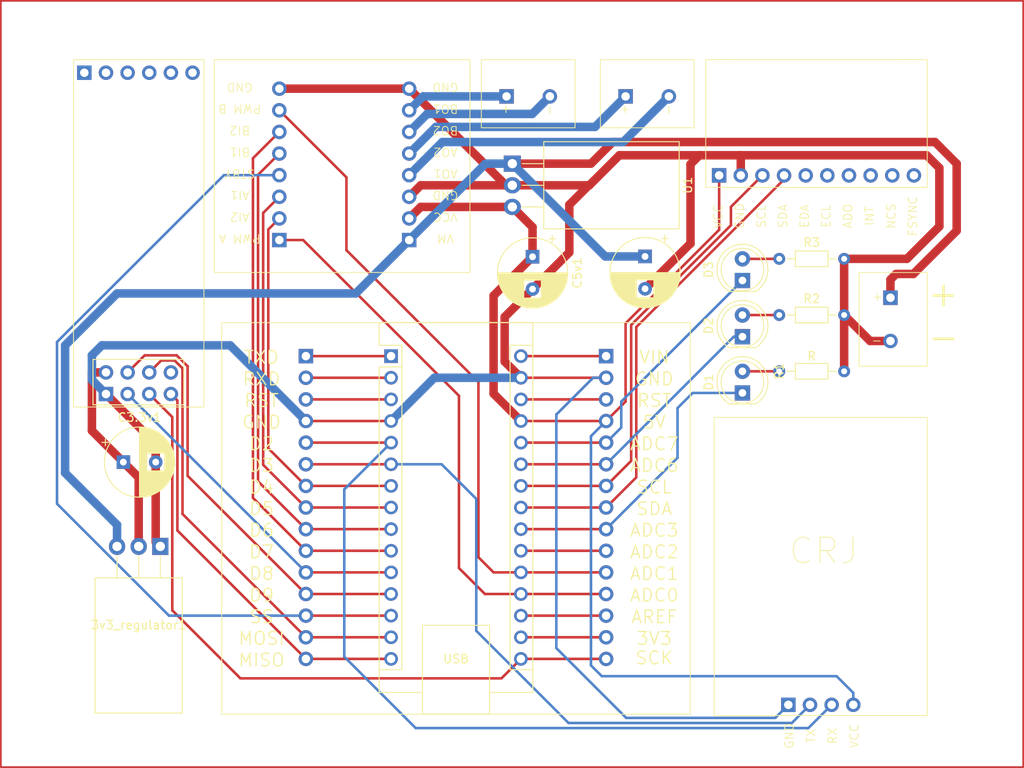
<source format=kicad_pcb>
(kicad_pcb (version 20240108) (generator "pcbnew") (generator_version "8.0")
  (layers (0 "F.Cu" signal) (31 "B.Cu" signal) (34 "B.Paste" user) (35 "F.Paste" user) (36 "B.SilkS" user "B.Silkscreen") (37 "F.SilkS" user "F.Silkscreen") (38 "B.Mask" user) (39 "F.Mask" user) (44 "Edge.Cuts" user))
  (net 0 "")
  (net 1 "Net-(3v3_regulator1-VO)")
  (net 2 "Net-(3v3_regulator1-GND)")
  (net 3 "Net-(3v3_regulator1-VI)")
  (net 4 "Net-(A1-D4)")
  (net 5 "Net-(A1-D11)")
  (net 6 "Net-(A1-A5)")
  (net 7 "unconnected-(A1-A2-Pad21)")
  (net 8 "Net-(A1-D6)")
  (net 9 "unconnected-(A1-~{RESET}-Pad28)")
  (net 10 "Net-(A1-A6)")
  (net 11 "Net-(A1-D8)")
  (net 12 "unconnected-(A1-AREF-Pad18)")
  (net 13 "Net-(A1-D9)")
  (net 14 "unconnected-(A1-D1{slash}TX-Pad1)")
  (net 15 "unconnected-(A1-~{RESET}-Pad3)")
  (net 16 "Net-(A1-D12)")
  (net 17 "Net-(A1-D2)")
  (net 18 "Net-(A1-A3)")
  (net 19 "Net-(A1-+5V)")
  (net 20 "Net-(A1-D10)")
  (net 21 "Net-(A1-D7)")
  (net 22 "Net-(A1-A7)")
  (net 23 "unconnected-(A1-VIN-Pad30)")
  (net 24 "Net-(A1-A1)")
  (net 25 "Net-(A1-D3)")
  (net 26 "Net-(D1-A)")
  (net 27 "Net-(A1-D13)")
  (net 28 "Net-(A1-A4)")
  (net 29 "Net-(A1-A0)")
  (net 30 "Net-(A1-D5)")
  (net 31 "unconnected-(A1-D0{slash}RX-Pad2)")
  (net 32 "Net-(D2-A)")
  (net 33 "unconnected-(A1-3V3-Pad17)")
  (net 34 "Net-(MOTOR_A1-Input)")
  (net 35 "Net-(MOTOR_A1-GND)")
  (net 36 "Net-(MOTOR_B1-Input)")
  (net 37 "Net-(MOTOR_B1-GND)")
  (net 45 "Net-(D3-A)")
  (footprint "Resistor_THT:R_Axial_DIN0204_L3.6mm_D1.6mm_P7.62mm_Horizontal" (layer "F.Cu") (at 221.742 96.52)
    (property "Reference" "R2" (at 3.81 -1.92 0) (layer "F.SilkS"))
    (property "Value" "R")
    (pad "1" thru_hole circle (at 0 0) (size 1.4 1.4) (drill 0.7) (layers "*.Cu" "*.Mask") (net 32 "Net-(D2-A)"))
    (pad "2" thru_hole oval (at 7.62 0) (size 1.4 1.4) (drill 0.7) (layers "*.Cu" "*.Mask") (net 2 "Net-(3v3_regulator1-GND)"))
  )
  (footprint "LED_THT:LED_D5.0mm" (layer "F.Cu") (at 217.424 99.065 90)
    (property "Reference" "D2" (at 1.27 -3.96 -90) (layer "F.SilkS"))
    (property "Value" "LED")
    (pad "1" thru_hole rect (at 0 0 90) (size 1.8 1.8) (drill 0.9) (layers "*.Cu" "*.Mask") (net 10 "Net-(A1-A6)"))
    (pad "2" thru_hole circle (at 2.54 0 90) (size 1.8 1.8) (drill 0.9) (layers "*.Cu" "*.Mask") (net 32 "Net-(D2-A)"))
  )
  (footprint "Resistor_THT:R_Axial_DIN0204_L3.6mm_D1.6mm_P7.62mm_Horizontal" (layer "F.Cu") (at 221.742 89.916)
    (property "Reference" "R3" (at 3.81 -1.92 0) (layer "F.SilkS"))
    (property "Value" "R")
    (pad "1" thru_hole circle (at 0 0) (size 1.4 1.4) (drill 0.7) (layers "*.Cu" "*.Mask") (net 45 "Net-(D3-A)"))
    (pad "2" thru_hole oval (at 7.62 0) (size 1.4 1.4) (drill 0.7) (layers "*.Cu" "*.Mask") (net 2 "Net-(3v3_regulator1-GND)"))
  )
  (footprint "Footprints_cez:MPU6500" (layer "F.Cu") (at 208.542 74.878143 90)
    (property "Reference" "MPU1" (hide yes))
    (property "Value" "~" (hide yes))
    (fp_text user "ECL" (at -11.446 19.304 90) (layer "F.SilkS") (effects (font (thickness 0.1)) (justify left bottom)))
    (fp_text user "GND" (at -11.612666 9.144 90) (layer "F.SilkS") (effects (font (thickness 0.1)) (justify left bottom)))
    (fp_text user "FSYNC" (at -12.446 29.464 90) (layer "F.SilkS") (effects (font (thickness 0.1)) (justify left bottom)))
    (fp_text user "SDA" (at -11.493619 14.224 90) (layer "F.SilkS") (effects (font (thickness 0.1)) (justify left bottom)))
    (fp_text user "SCL" (at -11.469809 11.684 90) (layer "F.SilkS") (effects (font (thickness 0.1)) (justify left bottom)))
    (fp_text user "INT" (at -11.231714 24.384 90) (layer "F.SilkS") (effects (font (thickness 0.1)) (justify left bottom)))
    (fp_text user "EDA" (at -11.469809 16.764 90) (layer "F.SilkS") (effects (font (thickness 0.1)) (justify left bottom)))
    (fp_text user "ADO" (at -11.541238 21.844 90) (layer "F.SilkS") (effects (font (thickness 0.1)) (justify left bottom)))
    (fp_text user "NCS" (at -11.588857 26.924 90) (layer "F.SilkS") (effects (font (thickness 0.1)) (justify left bottom)))
    (fp_text user "VCC" (at -11.517428 6.604 90) (layer "F.SilkS") (effects (font (thickness 0.1)) (justify left bottom)))
    (pad "" np_thru_hole circle (at 6.699143 6.604 90) (size 2.7 2.7) (drill 2.7) (layers "F&B.Cu" "*.Mask"))
    (pad "" np_thru_hole circle (at 6.699143 28.448 90) (size 2.7 2.7) (drill 2.7) (layers "F&B.Cu" "*.Mask"))
    (pad "1" thru_hole rect (at -5.238857 6.147 90) (size 1.7 1.7) (drill 1) (layers "*.Cu" "*.Mask") (net 19 "Net-(A1-+5V)"))
    (pad "2" thru_hole oval (at -5.238857 8.687 90) (size 1.7 1.7) (drill 1) (layers "*.Cu" "*.Mask") (net 2 "Net-(3v3_regulator1-GND)"))
    (pad "3" thru_hole oval (at -5.238857 11.227 90) (size 1.7 1.7) (drill 1) (layers "*.Cu" "*.Mask") (net 6 "Net-(A1-A5)"))
    (pad "4" thru_hole oval (at -5.238857 13.767 90) (size 1.7 1.7) (drill 1) (layers "*.Cu" "*.Mask") (net 28 "Net-(A1-A4)"))
    (pad "5" thru_hole oval (at -5.238857 16.307 90) (size 1.7 1.7) (drill 1) (layers "*.Cu" "*.Mask"))
    (pad "6" thru_hole oval (at -5.238857 18.847 90) (size 1.7 1.7) (drill 1) (layers "*.Cu" "*.Mask"))
    (pad "7" thru_hole oval (at -5.238857 21.387 90) (size 1.7 1.7) (drill 1) (layers "*.Cu" "*.Mask"))
    (pad "8" thru_hole oval (at -5.238857 23.927 90) (size 1.7 1.7) (drill 1) (layers "*.Cu" "*.Mask"))
    (pad "9" thru_hole oval (at -5.238857 26.467 90) (size 1.7 1.7) (drill 1) (layers "*.Cu" "*.Mask"))
    (pad "10" thru_hole oval (at -5.238857 29.007 90) (size 1.7 1.7) (drill 1) (layers "*.Cu" "*.Mask"))
  )
  (footprint "Resistor_THT:R_Axial_DIN0204_L3.6mm_D1.6mm_P7.62mm_Horizontal" (layer "F.Cu") (at 221.742 103.129)
    (property "Reference" "R1" (at 0 0 90) (layer "F.SilkS"))
    (property "Value" "R" (at 3.81 -1.778 0) (layer "F.SilkS"))
    (pad "1" thru_hole circle (at 0 0) (size 1.4 1.4) (drill 0.7) (layers "*.Cu" "*.Mask") (net 26 "Net-(D1-A)"))
    (pad "2" thru_hole oval (at 7.62 0) (size 1.4 1.4) (drill 0.7) (layers "*.Cu" "*.Mask") (net 2 "Net-(3v3_regulator1-GND)"))
  )
  (footprint "Footprints_cez:Terminal" (layer "F.Cu") (at 192.532 61.949)
    (property "Reference" "MOTOR_A1" (hide yes))
    (property "Value" "~" (hide yes))
    (fp_text user "-" (at 2.794 11.176 90) (layer "F.SilkS") (effects (font (thickness 0.1)) (justify left bottom)))
    (fp_text user "+" (at -3.556 10.922 0) (layer "F.SilkS") (effects (font (thickness 0.1)) (justify left bottom)))
    (pad "1" thru_hole rect (at -2.794 8.89 90) (size 1.7 1.7) (drill 1) (layers "*.Cu" "*.Mask") (net 34 "Net-(MOTOR_A1-Input)"))
    (pad "2" thru_hole oval (at 2.286 8.89 90) (size 1.7 1.7) (drill 1) (layers "*.Cu" "*.Mask") (net 35 "Net-(MOTOR_A1-GND)"))
  )
  (footprint "Footprints_cez:GY-NEO6MV2" (layer "F.Cu") (at 211.682 125.424 90)
    (property "Reference" "GPS1" (hide yes))
    (property "Value" "~" (hide yes))
    (fp_text user "TX" (at -21.444953 14.37 90) (layer "F.SilkS") (effects (font (thickness 0.1)) (justify left bottom)))
    (fp_text user "VCC" (at -22.016381 19.45 90) (layer "F.SilkS") (effects (font (thickness 0.1)) (justify left bottom)))
    (fp_text user "RX" (at -21.564 16.91 90) (layer "F.SilkS") (effects (font (thickness 0.1)) (justify left bottom)))
    (fp_text user "GND" (at -22.111619 11.83 90) (layer "F.SilkS") (effects (font (thickness 0.1)) (justify left bottom)))
    (pad "" np_thru_hole circle (at -15.976 4.682 90) (size 3.2 3.2) (drill 3.2) (layers "F&B.Cu" "*.Mask"))
    (pad "" np_thru_hole circle (at -15.976 25.182 90) (size 3.2 3.2) (drill 3.2) (layers "F&B.Cu" "*.Mask"))
    (pad "" np_thru_hole circle (at 14.724 4.682 90) (size 3.2 3.2) (drill 3.2) (layers "F&B.Cu" "*.Mask"))
    (pad "" np_thru_hole circle (at 14.724 25.182 90) (size 3.2 3.2) (drill 3.2) (layers "F&B.Cu" "*.Mask"))
    (pad "1" thru_hole rect (at -16.876 11.132 90) (size 1.7 1.7) (drill 1) (layers "*.Cu" "*.Mask") (net 2 "Net-(3v3_regulator1-GND)"))
    (pad "2" thru_hole oval (at -16.876 13.672 90) (size 1.7 1.7) (drill 1) (layers "*.Cu" "*.Mask") (net 25 "Net-(A1-D3)"))
    (pad "3" thru_hole oval (at -16.876 16.212 90) (size 1.7 1.7) (drill 1) (layers "*.Cu" "*.Mask") (net 17 "Net-(A1-D2)"))
    (pad "4" thru_hole oval (at -16.876 18.752 90) (size 1.7 1.7) (drill 1) (layers "*.Cu" "*.Mask") (net 19 "Net-(A1-+5V)"))
  )
  (footprint "Footprints_cez:TB6612FNG" (layer "F.Cu") (at 170.434 92.791 180)
    (property "Reference" "TB6612FNG1" (hide yes))
    (property "Value" "~" (hide yes))
    (fp_text user "VM" (at -13.192191 5.842 180) (layer "F.SilkS") (effects (font (thickness 0.1)) (justify left bottom)))
    (fp_text user "BO2\n" (at -13.692191 18.542 180) (layer "F.SilkS") (effects (font (thickness 0.1)) (justify left bottom)))
    (fp_text user "GND" (at -13.716 10.922 180) (layer "F.SilkS") (effects (font (thickness 0.1)) (justify left bottom)))
    (fp_text user "AI2\n" (at 10.802857 8.382 180) (layer "F.SilkS") (effects (font (thickness 0.1)) (justify left bottom)))
    (fp_text user "STBY" (at 10.16 13.462 180) (layer "F.SilkS") (effects (font (thickness 0.1)) (justify left bottom)))
    (fp_text user "BI2" (at 10.731429 18.542 180) (layer "F.SilkS") (effects (font (thickness 0.1)) (justify left bottom)))
    (fp_text user "BI1" (at 10.731429 16.002 180) (layer "F.SilkS") (effects (font (thickness 0.1)) (justify left bottom)))
    (fp_text user "GND" (at -13.716 23.622 180) (layer "F.SilkS") (effects (font (thickness 0.1)) (justify left bottom)))
    (fp_text user "PWM B" (at 9.421905 21.082 180) (layer "F.SilkS") (effects (font (thickness 0.1)) (justify left bottom)))
    (fp_text user "VCC" (at -13.620762 8.382 180) (layer "F.SilkS") (effects (font (thickness 0.1)) (justify left bottom)))
    (fp_text user "PWM A" (at 9.493333 5.842 180) (layer "F.SilkS") (effects (font (thickness 0.1)) (justify left bottom)))
    (fp_text user "GND" (at 10.421905 23.622 180) (layer "F.SilkS") (effects (font (thickness 0.1)) (justify left bottom)))
    (fp_text user "AO1" (at -13.620762 13.462 180) (layer "F.SilkS") (effects (font (thickness 0.1)) (justify left bottom)))
    (fp_text user "AI1" (at 10.802857 10.922 180) (layer "F.SilkS") (effects (font (thickness 0.1)) (justify left bottom)))
    (fp_text user "AO2" (at -13.620762 16.002 180) (layer "F.SilkS") (effects (font (thickness 0.1)) (justify left bottom)))
    (fp_text user "BO1" (at -13.692191 21.082 180) (layer "F.SilkS") (effects (font (thickness 0.1)) (justify left bottom)))
    (pad "1" thru_hole rect (at -7.874 5.08 180) (size 1.7 1.7) (drill 1) (layers "*.Cu" "*.Mask") (net 3 "Net-(3v3_regulator1-VI)"))
    (pad "2" thru_hole oval (at -7.874 7.62 180) (size 1.7 1.7) (drill 1) (layers "*.Cu" "*.Mask") (net 19 "Net-(A1-+5V)"))
    (pad "3" thru_hole oval (at -7.874 10.16 180) (size 1.7 1.7) (drill 1) (layers "*.Cu" "*.Mask") (net 2 "Net-(3v3_regulator1-GND)"))
    (pad "4" thru_hole oval (at -7.874 12.7 180) (size 1.7 1.7) (drill 1) (layers "*.Cu" "*.Mask") (net 37 "Net-(MOTOR_B1-GND)"))
    (pad "5" thru_hole oval (at -7.874 15.24 180) (size 1.7 1.7) (drill 1) (layers "*.Cu" "*.Mask") (net 36 "Net-(MOTOR_B1-Input)"))
    (pad "6" thru_hole oval (at -7.874 17.78 180) (size 1.7 1.7) (drill 1) (layers "*.Cu" "*.Mask") (net 35 "Net-(MOTOR_A1-GND)"))
    (pad "7" thru_hole oval (at -7.874 20.32 180) (size 1.7 1.7) (drill 1) (layers "*.Cu" "*.Mask") (net 34 "Net-(MOTOR_A1-Input)"))
    (pad "8" thru_hole oval (at -7.874 22.86 180) (size 1.7 1.7) (drill 1) (layers "*.Cu" "*.Mask") (net 2 "Net-(3v3_regulator1-GND)"))
    (pad "9" thru_hole rect (at 7.366 5.08 180) (size 1.7 1.7) (drill 1) (layers "*.Cu" "*.Mask") (net 29 "Net-(A1-A0)"))
    (pad "10" thru_hole oval (at 7.366 7.62 180) (size 1.7 1.7) (drill 1) (layers "*.Cu" "*.Mask") (net 4 "Net-(A1-D4)"))
    (pad "11" thru_hole oval (at 7.366 10.16 180) (size 1.7 1.7) (drill 1) (layers "*.Cu" "*.Mask") (net 30 "Net-(A1-D5)"))
    (pad "12" thru_hole oval (at 7.366 12.7 180) (size 1.7 1.7) (drill 1) (layers "*.Cu" "*.Mask") (net 20 "Net-(A1-D10)"))
    (pad "13" thru_hole oval (at 7.366 15.24 180) (size 1.7 1.7) (drill 1) (layers "*.Cu" "*.Mask") (net 8 "Net-(A1-D6)"))
    (pad "14" thru_hole oval (at 7.366 17.78 180) (size 1.7 1.7) (drill 1) (layers "*.Cu" "*.Mask") (net 21 "Net-(A1-D7)"))
    (pad "15" thru_hole oval (at 7.366 20.32 180) (size 1.7 1.7) (drill 1) (layers "*.Cu" "*.Mask") (net 24 "Net-(A1-A1)"))
    (pad "16" thru_hole oval (at 7.366 22.86 180) (size 1.7 1.7) (drill 1) (layers "*.Cu" "*.Mask") (net 2 "Net-(3v3_regulator1-GND)"))
  )
  (footprint "LED_THT:LED_D5.0mm" (layer "F.Cu") (at 217.424 105.669 90)
    (property "Reference" "D1" (at 1.27 -3.96 -90) (layer "F.SilkS"))
    (property "Value" "LED")
    (pad "1" thru_hole rect (at 0 0 90) (size 1.8 1.8) (drill 0.9) (layers "*.Cu" "*.Mask") (net 18 "Net-(A1-A3)"))
    (pad "2" thru_hole circle (at 2.54 0 90) (size 1.8 1.8) (drill 0.9) (layers "*.Cu" "*.Mask") (net 26 "Net-(D1-A)"))
  )
  (footprint "MountingHole:MountingHole_3.2mm_M3_ISO7380" (layer "F.Cu") (at 133.858 62.992)
    (property "Reference" "REF**" (hide yes))
    (property "Value" "MountingHole_3.2mm_M3_ISO7380" (hide yes))
    (pad "" np_thru_hole circle (at 0 0) (size 3.2 3.2) (drill 3.2) (layers "*.Cu" "*.Mask"))
  )
  (footprint "Capacitor_THT:CP_Radial_D8.0mm_P3.80mm" (layer "F.Cu") (at 192.786 89.672 -90)
    (property "Reference" "C5v1" (at 1.9 -5.25 90) (layer "F.SilkS"))
    (property "Value" "C_Polarized")
    (pad "1" thru_hole rect (at 0 0 270) (size 1.6 1.6) (drill 0.8) (layers "*.Cu" "*.Mask") (net 19 "Net-(A1-+5V)"))
    (pad "2" thru_hole circle (at 3.8 0 270) (size 1.6 1.6) (drill 0.8) (layers "*.Cu" "*.Mask") (net 2 "Net-(3v3_regulator1-GND)"))
  )
  (footprint "Footprints_cez:nRF24L01_big" (layer "F.Cu") (at 142.718 105.797 90)
    (property "Reference" "NRF1" (hide yes))
    (property "Value" "NRF24L01_Big" (hide yes))
    (pad "" thru_hole rect (at 37.738 -2.54 90) (size 1.7 1.7) (drill 1) (layers "*.Cu" "*.Mask"))
    (pad "" thru_hole oval (at 37.738 0 90) (size 1.7 1.7) (drill 1) (layers "*.Cu" "*.Mask"))
    (pad "" thru_hole oval (at 37.738 2.54 90) (size 1.7 1.7) (drill 1) (layers "*.Cu" "*.Mask"))
    (pad "" thru_hole oval (at 37.738 5.08 90) (size 1.7 1.7) (drill 1) (layers "*.Cu" "*.Mask"))
    (pad "" thru_hole oval (at 37.738 7.62 90) (size 1.7 1.7) (drill 1) (layers "*.Cu" "*.Mask"))
    (pad "" thru_hole oval (at 37.738 10.16 90) (size 1.7 1.7) (drill 1) (layers "*.Cu" "*.Mask"))
    (pad "1" thru_hole rect (at 0 0 90) (size 1.7 1.7) (drill 1) (layers "*.Cu" "*.Mask") (net 2 "Net-(3v3_regulator1-GND)"))
    (pad "2" thru_hole circle (at 2.54 0 90) (size 1.7 1.7) (drill 1) (layers "*.Cu" "*.Mask") (net 1 "Net-(3v3_regulator1-VO)"))
    (pad "3" thru_hole circle (at 0 2.54 90) (size 1.7 1.7) (drill 1) (layers "*.Cu" "*.Mask") (net 11 "Net-(A1-D8)"))
    (pad "4" thru_hole circle (at 2.54 2.54 90) (size 1.7 1.7) (drill 1) (layers "*.Cu" "*.Mask") (net 13 "Net-(A1-D9)"))
    (pad "5" thru_hole circle (at 0 5.08 90) (size 1.7 1.7) (drill 1) (layers "*.Cu" "*.Mask") (net 27 "Net-(A1-D13)"))
    (pad "6" thru_hole circle (at 2.54 5.08 90) (size 1.7 1.7) (drill 1) (layers "*.Cu" "*.Mask") (net 5 "Net-(A1-D11)"))
    (pad "7" thru_hole circle (at 0 7.62 90) (size 1.7 1.7) (drill 1) (layers "*.Cu" "*.Mask") (net 16 "Net-(A1-D12)"))
    (pad "8" thru_hole circle (at 2.54 7.62 90) (size 1.7 1.7) (drill 1) (layers "*.Cu" "*.Mask"))
  )
  (footprint "MountingHole:MountingHole_3.2mm_M3_ISO7380" (layer "F.Cu") (at 246.888 62.992)
    (property "Reference" "REF**" (hide yes))
    (property "Value" "MountingHole_3.2mm_M3_ISO7380" (hide yes))
    (pad "" np_thru_hole circle (at 0 0) (size 3.2 3.2) (drill 3.2) (layers "*.Cu" "*.Mask"))
  )
  (footprint "Footprints_cez:Arduino nano breakout" (layer "F.Cu") (at 176.181857 101.346)
    (property "Reference" "A1" (hide yes))
    (property "Value" "Arduino_Nano_v3.x")
    (fp_text user "3V3" (at 28.725857 34.036 0) (layer "F.SilkS") (effects (font (size 1.5 1.5)) (justify left bottom)))
    (fp_text user "MOSI" (at -18.013858 34.036 0) (layer "F.SilkS") (effects (font (size 1.5 1.5)) (justify left bottom)))
    (fp_text user "ADC1\n" (at 27.940143 26.416 0) (layer "F.SilkS") (effects (font (size 1.5 1.5)) (justify left bottom)))
    (fp_text user "SS" (at -16.728143 31.496 0) (layer "F.SilkS") (effects (font (size 1.5 1.5)) (justify left bottom)))
    (fp_text user "VIN" (at 29.011571 1.016 0) (layer "F.SilkS") (effects (font (size 1.5 1.5)) (justify left bottom)))
    (fp_text user "RST" (at 28.761571 6.096 0) (layer "F.SilkS") (effects (font (size 1.5 1.5)) (justify left bottom)))
    (fp_text user "5V" (at 29.440143 8.636 0) (layer "F.SilkS") (effects (font (size 1.5 1.5)) (justify left bottom)))
    (fp_text user "ADC7" (at 27.940143 11.176 0) (layer "F.SilkS") (effects (font (size 1.5 1.5)) (justify left bottom)))
    (fp_text user "USB" (at 7.62 35.56 0) (layer "F.SilkS"))
    (fp_text user "GND" (at -17.585286 8.636 0) (layer "F.SilkS") (effects (font (size 1.5 1.5)) (justify left bottom)))
    (fp_text user "D9\n" (at -16.763857 28.956 0) (layer "F.SilkS") (effects (font (size 1.5 1.5)) (justify left bottom)))
    (fp_text user "GND" (at 28.511571 3.556 0) (layer "F.SilkS") (effects (font (size 1.5 1.5)) (justify left bottom)))
    (fp_text user "SDA" (at 28.690143 18.796 0) (layer "F.SilkS") (effects (font (size 1.5 1.5)) (justify left bottom)))
    (fp_text user "D5\n" (at -16.763857 18.796 0) (layer "F.SilkS") (effects (font (size 1.5 1.5)) (justify left bottom)))
    (fp_text user "MISO" (at -18.013858 36.576 0) (layer "F.SilkS") (effects (font (size 1.5 1.5)) (justify left bottom)))
    (fp_text user "D6\n" (at -16.763857 21.336 0) (layer "F.SilkS") (effects (font (size 1.5 1.5)) (justify left bottom)))
    (fp_text user "D2" (at -16.763857 11.176 0) (layer "F.SilkS") (effects (font (size 1.5 1.5)) (justify left bottom)))
    (fp_text user "D3" (at -16.763857 13.716 0) (layer "F.SilkS") (effects (font (size 1.5 1.5)) (justify left bottom)))
    (fp_text user "D7\n" (at -16.763857 23.876 0) (layer "F.SilkS") (effects (font (size 1.5 1.5)) (justify left bottom)))
    (fp_text user "D4" (at -16.763857 16.256 0) (layer "F.SilkS") (effects (font (size 1.5 1.5)) (justify left bottom)))
    (fp_text user "TXD" (at -17.335286 1.016 0) (layer "F.SilkS") (effects (font (size 1.5 1.5)) (justify left bottom)))
    (fp_text user "RST" (at -17.335286 6.096 0) (layer "F.SilkS") (effects (font (size 1.5 1.5)) (justify left bottom)))
    (fp_text user "ADC2" (at 27.940143 23.876 0) (layer "F.SilkS") (effects (font (size 1.5 1.5)) (justify left bottom)))
    (fp_text user "ADC0" (at 27.940143 28.956 0) (layer "F.SilkS") (effects (font (size 1.5 1.5)) (justify left bottom)))
    (fp_text user "D8\n" (at -16.763857 26.416 0) (layer "F.SilkS") (effects (font (size 1.5 1.5)) (justify left bottom)))
    (fp_text user "ADC6" (at 27.940143 13.716 0) (layer "F.SilkS") (effects (font (size 1.5 1.5)) (justify left bottom)))
    (fp_text user "SCL" (at 28.725857 16.256 0) (layer "F.SilkS") (effects (font (size 1.5 1.5)) (justify left bottom)))
    (fp_text user "RXD" (at -17.513857 3.556 0) (layer "F.SilkS") (effects (font (size 1.5 1.5)) (justify left bottom)))
    (fp_text user "ADC3" (at 27.940143 21.336 0) (layer "F.SilkS") (effects (font (size 1.5 1.5)) (justify left bottom)))
    (fp_text user "SCK" (at 28.583 36.322 0) (layer "F.SilkS") (effects (font (size 1.5 1.5)) (justify left bottom)))
    (fp_text user "AREF" (at 28.083 31.496 0) (layer "F.SilkS") (effects (font (size 1.5 1.5)) (justify left bottom)))
    (pad "1" thru_hole rect (at -9.999857 0) (size 1.7 1.7) (drill 1) (layers "*.Cu" "*.Mask") (net 14 "unconnected-(A1-D1{slash}TX-Pad1)"))
    (pad "1" thru_hole rect (at 0 0) (size 1.6 1.6) (drill 1) (layers "*.Cu" "*.Mask") (net 14 "unconnected-(A1-D1{slash}TX-Pad1)"))
    (pad "2" thru_hole oval (at -9.999857 2.54) (size 1.7 1.7) (drill 1) (layers "*.Cu" "*.Mask") (net 31 "unconnected-(A1-D0{slash}RX-Pad2)"))
    (pad "2" thru_hole oval (at 0 2.54) (size 1.6 1.6) (drill 1) (layers "*.Cu" "*.Mask") (net 31 "unconnected-(A1-D0{slash}RX-Pad2)"))
    (pad "3" thru_hole oval (at -9.999857 5.08) (size 1.7 1.7) (drill 1) (layers "*.Cu" "*.Mask") (net 15 "unconnected-(A1-~{RESET}-Pad3)"))
    (pad "3" thru_hole oval (at 0 5.08) (size 1.6 1.6) (drill 1) (layers "*.Cu" "*.Mask") (net 15 "unconnected-(A1-~{RESET}-Pad3)"))
    (pad "4" thru_hole oval (at -9.999857 7.62) (size 1.7 1.7) (drill 1) (layers "*.Cu" "*.Mask") (net 2 "Net-(3v3_regulator1-GND)"))
    (pad "4" thru_hole oval (at 0 7.62) (size 1.6 1.6) (drill 1) (layers "*.Cu" "*.Mask") (net 2 "Net-(3v3_regulator1-GND)"))
    (pad "5" thru_hole oval (at -9.999857 10.16) (size 1.7 1.7) (drill 1) (layers "*.Cu" "*.Mask") (net 17 "Net-(A1-D2)"))
    (pad "5" thru_hole oval (at 0 10.16) (size 1.6 1.6) (drill 1) (layers "*.Cu" "*.Mask") (net 17 "Net-(A1-D2)"))
    (pad "6" thru_hole oval (at -9.999857 12.7) (size 1.7 1.7) (drill 1) (layers "*.Cu" "*.Mask") (net 25 "Net-(A1-D3)"))
    (pad "6" thru_hole oval (at 0 12.7) (size 1.6 1.6) (drill 1) (layers "*.Cu" "*.Mask") (net 25 "Net-(A1-D3)"))
    (pad "7" thru_hole oval (at -9.999857 15.24) (size 1.7 1.7) (drill 1) (layers "*.Cu" "*.Mask") (net 4 "Net-(A1-D4)"))
    (pad "7" thru_hole oval (at 0 15.24) (size 1.6 1.6) (drill 1) (layers "*.Cu" "*.Mask") (net 4 "Net-(A1-D4)"))
    (pad "8" thru_hole oval (at -9.999857 17.78) (size 1.7 1.7) (drill 1) (layers "*.Cu" "*.Mask") (net 30 "Net-(A1-D5)"))
    (pad "8" thru_hole oval (at 0 17.78) (size 1.6 1.6) (drill 1) (layers "*.Cu" "*.Mask") (net 30 "Net-(A1-D5)"))
    (pad "9" thru_hole oval (at -9.999857 20.32) (size 1.7 1.7) (drill 1) (layers "*.Cu" "*.Mask") (net 8 "Net-(A1-D6)"))
    (pad "9" thru_hole oval (at 0 20.32) (size 1.6 1.6) (drill 1) (layers "*.Cu" "*.Mask") (net 8 "Net-(A1-D6)"))
    (pad "10" thru_hole oval (at -9.999857 22.86) (size 1.7 1.7) (drill 1) (layers "*.Cu" "*.Mask") (net 21 "Net-(A1-D7)"))
    (pad "10" thru_hole oval (at 0 22.86) (size 1.6 1.6) (drill 1) (layers "*.Cu" "*.Mask") (net 21 "Net-(A1-D7)"))
    (pad "11" thru_hole oval (at -9.999857 25.4) (size 1.7 1.7) (drill 1) (layers "*.Cu" "*.Mask") (net 11 "Net-(A1-D8)"))
    (pad "11" thru_hole oval (at 0 25.4) (size 1.6 1.6) (drill 1) (layers "*.Cu" "*.Mask") (net 11 "Net-(A1-D8)"))
    (pad "12" thru_hole oval (at -9.999857 27.94) (size 1.7 1.7) (drill 1) (layers "*.Cu" "*.Mask") (net 13 "Net-(A1-D9)"))
    (pad "12" thru_hole oval (at 0 27.94) (size 1.6 1.6) (drill 1) (layers "*.Cu" "*.Mask") (net 13 "Net-(A1-D9)"))
    (pad "13" thru_hole oval (at -9.999857 30.48) (size 1.7 1.7) (drill 1) (layers "*.Cu" "*.Mask") (net 20 "Net-(A1-D10)"))
    (pad "13" thru_hole oval (at 0 30.48) (size 1.6 1.6) (drill 1) (layers "*.Cu" "*.Mask") (net 20 "Net-(A1-D10)"))
    (pad "14" thru_hole oval (at -9.999857 33.02) (size 1.7 1.7) (drill 1) (layers "*.Cu" "*.Mask") (net 5 "Net-(A1-D11)"))
    (pad "14" thru_hole oval (at 0 33.02) (size 1.6 1.6) (drill 1) (layers "*.Cu" "*.Mask") (net 5 "Net-(A1-D11)"))
    (pad "15" thru_hole oval (at -9.999857 35.56) (size 1.7 1.7) (drill 1) (layers "*.Cu" "*.Mask") (net 16 "Net-(A1-D12)"))
    (pad "15" thru_hole oval (at 0 35.56) (size 1.6 1.6) (drill 1) (layers "*.Cu" "*.Mask") (net 16 "Net-(A1-D12)"))
    (pad "16" thru_hole oval (at 15.24 35.56) (size 1.6 1.6) (drill 1) (layers "*.Cu" "*.Mask") (net 27 "Net-(A1-D13)"))
    (pad "16" thru_hole oval (at 25.240143 35.56) (size 1.7 1.7) (drill 1) (layers "*.Cu" "*.Mask") (net 27 "Net-(A1-D13)"))
    (pad "17" thru_hole oval (at 15.24 33.02) (size 1.6 1.6) (drill 1) (layers "*.Cu" "*.Mask") (net 33 "unconnected-(A1-3V3-Pad17)"))
    (pad "17" thru_hole oval (at 25.240143 33.02) (size 1.7 1.7) (drill 1) (layers "*.Cu" "*.Mask") (net 33 "unconnected-(A1-3V3-Pad17)"))
    (pad "18" thru_hole oval (at 15.24 30.48) (size 1.6 1.6) (drill 1) (layers "*.Cu" "*.Mask") (net 12 "unconnected-(A1-AREF-Pad18)"))
    (pad "18" thru_hole oval (at 25.240143 30.48) (size 1.7 1.7) (drill 1) (layers "*.Cu" "*.Mask") (net 12 "unconnected-(A1-AREF-Pad18)"))
    (pad "19" thru_hole oval (at 15.24 27.94) (size 1.6 1.6) (drill 1) (layers "*.Cu" "*.Mask") (net 29 "Net-(A1-A0)"))
    (pad "19" thru_hole oval (at 25.240143 27.94) (size 1.7 1.7) (drill 1) (layers "*.Cu" "*.Mask") (net 29 "Net-(A1-A0)"))
    (pad "20" thru_hole oval (at 15.24 25.4) (size 1.6 1.6) (drill 1) (layers "*.Cu" "*.Mask") (net 24 "Net-(A1-A1)"))
    (pad "20" thru_hole oval (at 25.240143 25.4) (size 1.7 1.7) (drill 1) (layers "*.Cu" "*.Mask") (net 24 "Net-(A1-A1)"))
    (pad "21" thru_hole oval (at 15.24 22.86) (size 1.6 1.6) (drill 1) (layers "*.Cu" "*.Mask") (net 7 "unconnected-(A1-A2-Pad21)"))
    (pad "21" thru_hole oval (at 25.240143 22.86) (size 1.7 1.7) (drill 1) (layers "*.Cu" "*.Mask") (net 7 "unconnected-(A1-A2-Pad21)"))
    (pad "22" thru_hole oval (at 15.24 20.32) (size 1.6 1.6) (drill 1) (layers "*.Cu" "*.Mask") (net 18 "Net-(A1-A3)"))
    (pad "22" thru_hole oval (at 25.240143 20.32) (size 1.7 1.7) (drill 1) (layers "*.Cu" "*.Mask") (net 18 "Net-(A1-A3)"))
    (pad "23" thru_hole oval (at 15.24 17.78) (size 1.6 1.6) (drill 1) (layers "*.Cu" "*.Mask") (net 28 "Net-(A1-A4)"))
    (pad "23" thru_hole oval (at 25.240143 17.78) (size 1.7 1.7) (drill 1) (layers "*.Cu" "*.Mask") (net 28 "Net-(A1-A4)"))
    (pad "24" thru_hole oval (at 15.24 15.24) (size 1.6 1.6) (drill 1) (layers "*.Cu" "*.Mask") (net 6 "Net-(A1-A5)"))
    (pad "24" thru_hole oval (at 25.240143 15.24) (size 1.7 1.7) (drill 1) (layers "*.Cu" "*.Mask") (net 6 "Net-(A1-A5)"))
    (pad "25" thru_hole oval (at 15.24 12.7) (size 1.6 1.6) (drill 1) (layers "*.Cu" "*.Mask") (net 10 "Net-(A1-A6)"))
    (pad "25" thru_hole oval (at 25.240143 12.7) (size 1.7 1.7) (drill 1) (layers "*.Cu" "*.Mask") (net 10 "Net-(A1-A6)"))
    (pad "26" thru_hole oval (at 15.24 10.16) (size 1.6 1.6) (drill 1) (layers "*.Cu" "*.Mask") (net 22 "Net-(A1-A7)"))
    (pad "26" thru_hole oval (at 25.240143 10.16) (size 1.7 1.7) (drill 1) (layers "*.Cu" "*.Mask") (net 22 "Net-(A1-A7)"))
    (pad "27" thru_hole oval (at 15.24 7.62) (size 1.6 1.6) (drill 1) (layers "*.Cu" "*.Mask") (net 19 "Net-(A1-+5V)"))
    (pad "27" thru_hole oval (at 25.240143 7.62) (size 1.7 1.7) (drill 1) (layers "*.Cu" "*.Mask") (net 19 "Net-(A1-+5V)"))
    (pad "28" thru_hole oval (at 15.24 5.08) (size 1.6 1.6) (drill 1) (layers "*.Cu" "*.Mask") (net 9 "unconnected-(A1-~{RESET}-Pad28)"))
    (pad "28" thru_hole oval (at 25.240143 5.08) (size 1.7 1.7) (drill 1) (layers "*.Cu" "*.Mask") (net 9 "unconnected-(A1-~{RESET}-Pad28)"))
    (pad "29" thru_hole oval (at 15.24 2.54) (size 1.6 1.6) (drill 1) (layers "*.Cu" "*.Mask") (net 2 "Net-(3v3_regulator1-GND)"))
    (pad "29" thru_hole oval (at 25.240143 2.54) (size 1.7 1.7) (drill 1) (layers "*.Cu" "*.Mask") (net 2 "Net-(3v3_regulator1-GND)"))
    (pad "30" thru_hole oval (at 15.24 0) (size 1.6 1.6) (drill 1) (layers "*.Cu" "*.Mask") (net 23 "unconnected-(A1-VIN-Pad30)"))
    (pad "30" thru_hole rect (at 25.240143 0) (size 1.7 1.7) (drill 1) (layers "*.Cu" "*.Mask") (net 23 "unconnected-(A1-VIN-Pad30)"))
  )
  (footprint "Footprints_cez:Terminal" (layer "F.Cu") (at 206.502 61.949)
    (property "Reference" "MOTOR_B1" (hide yes))
    (property "Value" "~" (hide yes))
    (fp_text user "-" (at 2.794 11.176 90) (layer "F.SilkS") (effects (font (thickness 0.1)) (justify left bottom)))
    (fp_text user "+" (at -3.556 10.922 0) (layer "F.SilkS") (effects (font (thickness 0.1)) (justify left bottom)))
    (pad "1" thru_hole rect (at -2.794 8.89 90) (size 1.7 1.7) (drill 1) (layers "*.Cu" "*.Mask") (net 36 "Net-(MOTOR_B1-Input)"))
    (pad "2" thru_hole oval (at 2.286 8.89 90) (size 1.7 1.7) (drill 1) (layers "*.Cu" "*.Mask") (net 37 "Net-(MOTOR_B1-GND)"))
  )
  (footprint "MountingHole:MountingHole_3.2mm_M3_ISO7380" (layer "F.Cu") (at 133.858 146.304)
    (property "Reference" "REF**" (hide yes))
    (property "Value" "MountingHole_3.2mm_M3_ISO7380" (hide yes))
    (pad "" np_thru_hole circle (at 0 0) (size 3.2 3.2) (drill 3.2) (layers "*.Cu" "*.Mask"))
  )
  (footprint "Package_TO_SOT_THT:TO-220-3_Horizontal_TabDown" (layer "F.Cu") (at 149.098 123.696 180)
    (property "Reference" "3v3_regulator1" (at 2.54 -9.23 180) (layer "F.SilkS"))
    (property "Value" "LD1117V33")
    (pad "" np_thru_hole oval (at 2.54 -16.66 180) (size 3.5 3.5) (drill 3.5) (layers "*.Cu" "*.Mask"))
    (pad "1" thru_hole rect (at 0 0 180) (size 1.905 2) (drill 1.1) (layers "*.Cu" "*.Mask") (net 2 "Net-(3v3_regulator1-GND)"))
    (pad "2" thru_hole oval (at 2.54 0 180) (size 1.905 2) (drill 1.1) (layers "*.Cu" "*.Mask") (net 1 "Net-(3v3_regulator1-VO)"))
    (pad "3" thru_hole oval (at 5.08 0 180) (size 1.905 2) (drill 1.1) (layers "*.Cu" "*.Mask") (net 3 "Net-(3v3_regulator1-VI)"))
  )
  (footprint "Capacitor_THT:CP_Radial_D8.0mm_P3.80mm" (layer "F.Cu") (at 144.755349 113.792)
    (property "Reference" "C3.3v1" (at 1.9 -5.25 0) (layer "F.SilkS"))
    (property "Value" "C_Polarized")
    (pad "1" thru_hole rect (at 0 0) (size 1.6 1.6) (drill 0.8) (layers "*.Cu" "*.Mask") (net 1 "Net-(3v3_regulator1-VO)"))
    (pad "2" thru_hole circle (at 3.8 0) (size 1.6 1.6) (drill 0.8) (layers "*.Cu" "*.Mask") (net 2 "Net-(3v3_regulator1-GND)"))
  )
  (footprint "MountingHole:MountingHole_3.2mm_M3_ISO7380" (layer "F.Cu") (at 246.888 146.304)
    (property "Reference" "REF**" (hide yes))
    (property "Value" "MountingHole_3.2mm_M3_ISO7380" (hide yes))
    (pad "" np_thru_hole circle (at 0 0) (size 3.2 3.2) (drill 3.2) (layers "*.Cu" "*.Mask"))
  )
  (footprint "Footprints_cez:Terminal" (layer "F.Cu") (at 243.686 97.282 -90)
    (property "Reference" "POWER_INPUT1" (hide yes))
    (property "Value" "~")
    (fp_text user "-" (at 2.794 11.176 0) (layer "F.SilkS") (effects (font (thickness 0.1)) (justify left bottom)))
    (fp_text user "+" (at -3.556 10.922 -90) (layer "F.SilkS") (effects (font (thickness 0.1)) (justify left bottom)))
    (pad "1" thru_hole rect (at -2.794 8.89) (size 1.7 1.7) (drill 1) (layers "*.Cu" "*.Mask") (net 3 "Net-(3v3_regulator1-VI)"))
    (pad "2" thru_hole oval (at 2.286 8.89) (size 1.7 1.7) (drill 1) (layers "*.Cu" "*.Mask") (net 2 "Net-(3v3_regulator1-GND)"))
  )
  (footprint "Package_TO_SOT_THT:TO-220-3_Horizontal_TabDown" (layer "F.Cu") (at 190.414 78.74 -90)
    (property "Reference" "U1" (at 2.54 -20.58 90) (layer "F.SilkS"))
    (property "Value" "L7805")
    (pad "" np_thru_hole oval (at 2.54 -16.66 270) (size 3.5 3.5) (drill 3.5) (layers "*.Cu" "*.Mask"))
    (pad "1" thru_hole rect (at 0 0 270) (size 1.905 2) (drill 1.1) (layers "*.Cu" "*.Mask") (net 3 "Net-(3v3_regulator1-VI)"))
    (pad "2" thru_hole oval (at 2.54 0 270) (size 1.905 2) (drill 1.1) (layers "*.Cu" "*.Mask") (net 2 "Net-(3v3_regulator1-GND)"))
    (pad "3" thru_hole oval (at 5.08 0 270) (size 1.905 2) (drill 1.1) (layers "*.Cu" "*.Mask") (net 19 "Net-(A1-+5V)"))
  )
  (footprint "LED_THT:LED_D5.0mm" (layer "F.Cu") (at 217.424 92.461 90)
    (property "Reference" "D3" (at 1.27 -3.96 -90) (layer "F.SilkS"))
    (property "Value" "LED")
    (pad "1" thru_hole rect (at 0 0 90) (size 1.8 1.8) (drill 0.9) (layers "*.Cu" "*.Mask") (net 22 "Net-(A1-A7)"))
    (pad "2" thru_hole circle (at 2.54 0 90) (size 1.8 1.8) (drill 0.9) (layers "*.Cu" "*.Mask") (net 45 "Net-(D3-A)"))
  )
  (footprint "Capacitor_THT:CP_Radial_D8.0mm_P3.80mm" (layer "F.Cu") (at 205.994 89.637349 -90)
    (property "Reference" "C12v1" (hide yes))
    (property "Value" "C_Polarized")
    (pad "1" thru_hole rect (at 0 0 270) (size 1.6 1.6) (drill 0.8) (layers "*.Cu" "*.Mask") (net 3 "Net-(3v3_regulator1-VI)"))
    (pad "2" thru_hole circle (at 3.8 0 270) (size 1.6 1.6) (drill 0.8) (layers "*.Cu" "*.Mask") (net 2 "Net-(3v3_regulator1-GND)"))
  )
  (gr_rect (start 130.379 59.617309) (end 250.379 149.617309) (stroke (width 0.2)) (fill none) (layer "F.Cu"))
  (gr_text "-" (at 243.078 100.838 0) (layer "F.SilkS") (effects (font (size 3 3) (thickness 0.3) (bold yes)) (justify left bottom mirror)))
  (gr_text "+" (at 243.078 95.758 0) (layer "F.SilkS") (effects (font (size 3 3) (thickness 0.3) (bold yes)) (justify left bottom mirror)))
  (gr_text "CRJ" (at 222.758 125.984 0) (layer "F.SilkS") (effects (font (size 3 3) (thickness 0.1)) (justify left bottom)))
  (segment (start 146.558 123.696) (end 146.558 115.594651) (width 1) (layer "F.Cu") (net 1))
  (segment (start 144.755349 113.792) (end 141.068 110.104651) (width 1) (layer "F.Cu") (net 1))
  (segment (start 146.558 115.594651) (end 144.755349 113.792) (width 1) (layer "F.Cu") (net 1))
  (segment (start 141.068 103.28) (end 141.091 103.257) (width 1) (layer "F.Cu") (net 1))
  (segment (start 141.091 103.257) (end 142.718 103.257) (width 1) (layer "F.Cu") (net 1))
  (segment (start 141.068 110.104651) (end 141.068 103.28) (width 1) (layer "F.Cu") (net 1))
  (segment (start 199.450478 81.28) (end 202.976478 77.754) (width 1) (layer "F.Cu") (net 2))
  (segment (start 229.362 89.916) (end 229.362 96.52) (width 1) (layer "F.Cu") (net 2))
  (segment (start 217.229 80.117) (end 217.229 77.813) (width 1) (layer "F.Cu") (net 2))
  (segment (start 178.308 69.931) (end 163.068 69.931) (width 1) (layer "F.Cu") (net 2))
  (segment (start 205.994 93.437349) (end 211.293349 88.138) (width 1) (layer "F.Cu") (net 2))
  (segment (start 232.41 99.568) (end 229.362 96.52) (width 1) (layer "F.Cu") (net 2))
  (segment (start 192.786 93.472) (end 189.514 96.744) (width 1) (layer "F.Cu") (net 2))
  (segment (start 178.308 69.931) (end 189.657 81.28) (width 1) (layer "F.Cu") (net 2))
  (segment (start 148.555349 113.792) (end 148.555349 123.153349) (width 1) (layer "F.Cu") (net 2))
  (segment (start 148.555349 111.634349) (end 142.718 105.797) (width 1) (layer "F.Cu") (net 2))
  (segment (start 211.328 78.800478) (end 212.374478 77.754) (width 1) (layer "F.Cu") (net 2))
  (segment (start 189.657 81.28) (end 190.414 81.28) (width 1) (layer "F.Cu") (net 2))
  (segment (start 190.414 81.28) (end 199.450478 81.28) (width 1) (layer "F.Cu") (net 2))
  (segment (start 189.514 101.978143) (end 191.421857 103.886) (width 1) (layer "F.Cu") (net 2))
  (segment (start 240.538 86.106) (end 240.538 79.248) (width 1) (layer "F.Cu") (net 2))
  (segment (start 217.17 77.754) (end 212.374478 77.754) (width 1) (layer "F.Cu") (net 2))
  (segment (start 166.182 108.966) (end 176.181857 108.966) (width 0.3) (layer "F.Cu") (net 2))
  (segment (start 217.229 77.813) (end 217.17 77.754) (width 1) (layer "F.Cu") (net 2))
  (segment (start 211.293349 88.138) (end 211.328 88.138) (width 1) (layer "F.Cu") (net 2))
  (segment (start 240.538 79.248) (end 239.044 77.754) (width 1) (layer "F.Cu") (net 2))
  (segment (start 211.328 88.138) (end 211.328 78.800478) (width 1) (layer "F.Cu") (net 2))
  (segment (start 197.104 89.154) (end 192.786 93.472) (width 1) (layer "F.Cu") (net 2))
  (segment (start 190.414 81.28) (end 179.659 81.28) (width 1) (layer "F.Cu") (net 2))
  (segment (start 239.044 77.754) (end 217.17 77.754) (width 1) (layer "F.Cu") (net 2))
  (segment (start 148.555349 113.792) (end 148.555349 111.634349) (width 1) (layer "F.Cu") (net 2))
  (segment (start 201.422 103.886) (end 191.421857 103.886) (width 0.3) (layer "F.Cu") (net 2))
  (segment (start 236.728 89.916) (end 240.538 86.106) (width 1) (layer "F.Cu") (net 2))
  (segment (start 199.39 81.28) (end 197.104 83.566) (width 1) (layer "F.Cu") (net 2))
  (segment (start 148.555349 123.153349) (end 149.098 123.696) (width 1) (layer "F.Cu") (net 2))
  (segment (start 202.976478 77.754) (end 212.374478 77.754) (width 1) (layer "F.Cu") (net 2))
  (segment (start 229.362 89.916) (end 236.728 89.916) (width 1) (layer "F.Cu") (net 2))
  (segment (start 179.659 81.28) (end 178.308 82.631) (width 1) (layer "F.Cu") (net 2))
  (segment (start 229.362 103.129) (end 229.362 96.52) (width 1) (layer "F.Cu") (net 2))
  (segment (start 234.796 99.568) (end 232.41 99.568) (width 1) (layer "F.Cu") (net 2))
  (segment (start 199.450478 81.28) (end 199.39 81.28) (width 1) (layer "F.Cu") (net 2))
  (segment (start 189.514 96.744) (end 189.514 101.978143) (width 1) (layer "F.Cu") (net 2))
  (segment (start 197.104 83.566) (end 197.104 89.154) (width 1) (layer "F.Cu") (net 2))
  (segment (start 191.421857 103.886) (end 181.261857 103.886) (width 1) (layer "B.Cu") (net 2))
  (segment (start 195.58 135.636) (end 203.778 143.834) (width 0.3) (layer "B.Cu") (net 2))
  (segment (start 142.24 100.076) (end 157.292 100.076) (width 1) (layer "B.Cu") (net 2))
  (segment (start 141.068 101.248) (end 142.24 100.076) (width 1) (layer "B.Cu") (net 2))
  (segment (start 199.898 103.886) (end 195.58 108.204) (width 0.3) (layer "B.Cu") (net 2))
  (segment (start 201.422 103.886) (end 199.898 103.886) (width 0.3) (layer "B.Cu") (net 2))
  (segment (start 221.28 143.834) (end 222.814 142.3) (width 0.3) (layer "B.Cu") (net 2))
  (segment (start 141.068 104.147) (end 141.068 101.248) (width 1) (layer "B.Cu") (net 2))
  (segment (start 203.778 143.834) (end 221.28 143.834) (width 0.3) (layer "B.Cu") (net 2))
  (segment (start 157.292 100.076) (end 166.182 108.966) (width 1) (layer "B.Cu") (net 2))
  (segment (start 195.58 108.204) (end 195.58 135.636) (width 0.3) (layer "B.Cu") (net 2))
  (segment (start 142.718 105.797) (end 141.068 104.147) (width 1) (layer "B.Cu") (net 2))
  (segment (start 181.261857 103.886) (end 176.181857 108.966) (width 1) (layer "B.Cu") (net 2))
  (segment (start 242.57 78.74) (end 242.57 86.614) (width 1) (layer "F.Cu") (net 3))
  (segment (start 237.49 91.694) (end 235.458 91.694) (width 1) (layer "F.Cu") (net 3))
  (segment (start 240.03 76.2) (end 242.57 78.74) (width 1) (layer "F.Cu") (net 3))
  (segment (start 242.57 86.614) (end 237.49 91.694) (width 1) (layer "F.Cu") (net 3))
  (segment (start 190.414 78.74) (end 199.644 78.74) (width 1) (layer "F.Cu") (net 3))
  (segment (start 144.016 123.696) (end 144.018 123.696) (width 1) (layer "F.Cu") (net 3))
  (segment (start 234.796 92.356) (end 234.796 94.488) (width 1) (layer "F.Cu") (net 3))
  (segment (start 199.644 78.74) (end 202.184 76.2) (width 1) (layer "F.Cu") (net 3))
  (segment (start 202.184 76.2) (end 240.03 76.2) (width 1) (layer "F.Cu") (net 3))
  (segment (start 235.458 91.694) (end 234.796 92.356) (width 1) (layer "F.Cu") (net 3))
  (segment (start 137.922 100.076) (end 137.922 115.062) (width 1) (layer "B.Cu") (net 3))
  (segment (start 144.018 121.158) (end 144.018 123.696) (width 1) (layer "B.Cu") (net 3))
  (segment (start 201.311349 89.637349) (end 190.414 78.74) (width 1) (layer "B.Cu") (net 3))
  (segment (start 178.308 87.711) (end 172.039 93.98) (width 1) (layer "B.Cu") (net 3))
  (segment (start 144.018 93.98) (end 137.922 100.076) (width 1) (layer "B.Cu") (net 3))
  (segment (start 190.414 78.74) (end 187.279 78.74) (width 1) (layer "B.Cu") (net 3))
  (segment (start 137.922 115.062) (end 144.018 121.158) (width 1) (layer "B.Cu") (net 3))
  (segment (start 172.039 93.98) (end 144.018 93.98) (width 1) (layer "B.Cu") (net 3))
  (segment (start 205.994 89.637349) (end 201.311349 89.637349) (width 1) (layer "B.Cu") (net 3))
  (segment (start 187.279 78.74) (end 178.308 87.711) (width 1) (layer "B.Cu") (net 3))
  (segment (start 161.768 112.172) (end 166.182 116.586) (width 0.3) (layer "F.Cu") (net 4))
  (segment (start 166.182 116.586) (end 176.181857 116.586) (width 0.3) (layer "F.Cu") (net 4))
  (segment (start 161.768 86.471) (end 161.768 112.172) (width 0.3) (layer "F.Cu") (net 4))
  (segment (start 163.068 85.171) (end 161.768 86.471) (width 0.3) (layer "F.Cu") (net 4))
  (segment (start 166.182 134.366) (end 176.181857 134.366) (width 0.3) (layer "F.Cu") (net 5))
  (segment (start 150.773478 101.854) (end 149.201 101.854) (width 0.3) (layer "F.Cu") (net 5))
  (segment (start 151.7005 119.8845) (end 151.7005 102.781022) (width 0.3) (layer "F.Cu") (net 5))
  (segment (start 166.182 134.366) (end 151.7005 119.8845) (width 0.3) (layer "F.Cu") (net 5))
  (segment (start 149.201 101.854) (end 147.798 103.257) (width 0.3) (layer "F.Cu") (net 5))
  (segment (start 151.7005 102.781022) (end 150.773478 101.854) (width 0.3) (layer "F.Cu") (net 5))
  (segment (start 216.074 85.973644) (end 204.363822 97.683822) (width 0.3) (layer "F.Cu") (net 6))
  (segment (start 219.769 80.117) (end 216.074 83.812) (width 0.3) (layer "F.Cu") (net 6))
  (segment (start 204.363822 97.683822) (end 204.363822 113.644178) (width 0.3) (layer "F.Cu") (net 6))
  (segment (start 216.074 83.812) (end 216.074 85.973644) (width 0.3) (layer "F.Cu") (net 6))
  (segment (start 191.421857 116.586) (end 201.422 116.586) (width 0.3) (layer "F.Cu") (net 6))
  (segment (start 204.363822 113.644178) (end 201.422 116.586) (width 0.3) (layer "F.Cu") (net 6))
  (segment (start 201.422 124.206) (end 191.421857 124.206) (width 0.3) (layer "F.Cu") (net 7))
  (segment (start 163.068 77.551) (end 160.568 80.051) (width 0.3) (layer "F.Cu") (net 8))
  (segment (start 160.568 116.052) (end 166.182 121.666) (width 0.3) (layer "F.Cu") (net 8))
  (segment (start 166.182 121.666) (end 176.181857 121.666) (width 0.3) (layer "F.Cu") (net 8))
  (segment (start 160.568 80.051) (end 160.568 116.052) (width 0.3) (layer "F.Cu") (net 8))
  (segment (start 191.421857 106.426) (end 201.422 106.426) (width 0.3) (layer "F.Cu") (net 9))
  (segment (start 201.422 114.046) (end 191.421857 114.046) (width 0.3) (layer "F.Cu") (net 10))
  (segment (start 216.403 99.065) (end 201.422 114.046) (width 0.3) (layer "B.Cu") (net 10))
  (segment (start 217.424 99.065) (end 216.403 99.065) (width 0.3) (layer "B.Cu") (net 10))
  (segment (start 176.181857 126.746) (end 166.182 126.746) (width 0.3) (layer "F.Cu") (net 11))
  (segment (start 166.182 126.721) (end 166.182 126.746) (width 0.3) (layer "B.Cu") (net 11))
  (segment (start 145.258 105.797) (end 166.182 126.721) (width 0.3) (layer "B.Cu") (net 11))
  (segment (start 191.421857 131.826) (end 201.422 131.826) (width 0.3) (layer "F.Cu") (net 12))
  (segment (start 166.182 129.286) (end 152.3005 115.4045) (width 0.3) (layer "F.Cu") (net 13))
  (segment (start 147.261 101.254) (end 145.258 103.257) (width 0.3) (layer "F.Cu") (net 13))
  (segment (start 152.3005 115.4045) (end 152.3005 102.532494) (width 0.3) (layer "F.Cu") (net 13))
  (segment (start 166.182 129.286) (end 176.181857 129.286) (width 0.3) (layer "F.Cu") (net 13))
  (segment (start 152.3005 102.532494) (end 151.022006 101.254) (width 0.3) (layer "F.Cu") (net 13))
  (segment (start 151.022006 101.254) (end 147.261 101.254) (width 0.3) (layer "F.Cu") (net 13))
  (segment (start 166.182 101.346) (end 176.181857 101.346) (width 0.3) (layer "F.Cu") (net 14))
  (segment (start 166.182 106.426) (end 176.181857 106.426) (width 0.3) (layer "F.Cu") (net 15))
  (segment (start 176.181857 136.906) (end 166.182 136.906) (width 0.3) (layer "F.Cu") (net 16))
  (segment (start 151.1005 106.5595) (end 150.338 105.797) (width 0.3) (layer "F.Cu") (net 16))
  (segment (start 166.182 136.906) (end 151.1005 121.8245) (width 0.3) (layer "F.Cu") (net 16))
  (segment (start 151.1005 121.8245) (end 151.1005 106.5595) (width 0.3) (layer "F.Cu") (net 16))
  (segment (start 166.182 111.506) (end 176.181857 111.506) (width 0.3) (layer "F.Cu") (net 17))
  (segment (start 179.07 145.034) (end 225.16 145.034) (width 0.3) (layer "B.Cu") (net 17))
  (segment (start 170.688 116.999857) (end 170.688 136.652) (width 0.3) (layer "B.Cu") (net 17))
  (segment (start 170.688 136.652) (end 179.07 145.034) (width 0.3) (layer "B.Cu") (net 17))
  (segment (start 225.16 145.034) (end 227.894 142.3) (width 0.3) (layer "B.Cu") (net 17))
  (segment (start 176.181857 111.506) (end 170.688 116.999857) (width 0.3) (layer "B.Cu") (net 17))
  (segment (start 191.421857 121.666) (end 201.422 121.666) (width 0.3) (layer "F.Cu") (net 18))
  (segment (start 217.424 105.669) (end 211.577 105.669) (width 0.3) (layer "B.Cu") (net 18))
  (segment (start 209.804 107.442) (end 209.804 113.284) (width 0.3) (layer "B.Cu") (net 18))
  (segment (start 209.804 113.284) (end 201.422 121.666) (width 0.3) (layer "B.Cu") (net 18))
  (segment (start 211.577 105.669) (end 209.804 107.442) (width 0.3) (layer "B.Cu") (net 18))
  (segment (start 179.659 83.82) (end 178.308 85.171) (width 1) (layer "F.Cu") (net 19))
  (segment (start 190.414 83.82) (end 179.659 83.82) (width 1) (layer "F.Cu") (net 19))
  (segment (start 192.786 89.672) (end 188.214 94.244) (width 1) (layer "F.Cu") (net 19))
  (segment (start 214.689 80.117) (end 214.689 86.510116) (width 0.3) (layer "F.Cu") (net 19))
  (segment (start 203.708 106.68) (end 201.422 108.966) (width 0.3) (layer "F.Cu") (net 19))
  (segment (start 192.786 89.672) (end 192.786 86.192) (width 1) (layer "F.Cu") (net 19))
  (segment (start 214.689 86.510116) (end 203.708 97.491116) (width 0.3) (layer "F.Cu") (net 19))
  (segment (start 188.214 105.758143) (end 191.421857 108.966) (width 1) (layer "F.Cu") (net 19))
  (segment (start 203.708 97.491116) (end 203.708 106.68) (width 0.3) (layer "F.Cu") (net 19))
  (segment (start 192.786 86.192) (end 190.414 83.82) (width 1) (layer "F.Cu") (net 19))
  (segment (start 201.422 108.966) (end 191.421857 108.966) (width 0.3) (layer "F.Cu") (net 19))
  (segment (start 188.214 94.244) (end 188.214 105.758143) (width 1) (layer "F.Cu") (net 19))
  (segment (start 228.48 138.938) (end 200.914 138.938) (width 0.3) (layer "B.Cu") (net 19))
  (segment (start 230.434 140.892) (end 230.434 142.3) (width 0.3) (layer "B.Cu") (net 19))
  (segment (start 199.644 110.744) (end 201.422 108.966) (width 0.3) (layer "B.Cu") (net 19))
  (segment (start 199.644 137.668) (end 199.644 110.744) (width 0.3) (layer "B.Cu") (net 19))
  (segment (start 200.914 138.938) (end 199.644 137.668) (width 0.3) (layer "B.Cu") (net 19))
  (segment (start 228.48 138.938) (end 230.434 140.892) (width 0.3) (layer "B.Cu") (net 19))
  (segment (start 176.181857 131.826) (end 166.182 131.826) (width 0.3) (layer "F.Cu") (net 20))
  (segment (start 156.563498 80.091) (end 136.972 99.682498) (width 0.3) (layer "B.Cu") (net 20))
  (segment (start 163.068 80.091) (end 156.563498 80.091) (width 0.3) (layer "B.Cu") (net 20))
  (segment (start 150.114 131.826) (end 166.182 131.826) (width 0.3) (layer "B.Cu") (net 20))
  (segment (start 136.972 99.682498) (end 136.972 118.684) (width 0.3) (layer "B.Cu") (net 20))
  (segment (start 136.972 118.684) (end 150.114 131.826) (width 0.3) (layer "B.Cu") (net 20))
  (segment (start 163.068 75.011) (end 159.968 78.111) (width 0.3) (layer "F.Cu") (net 21))
  (segment (start 159.968 78.111) (end 159.968 117.992) (width 0.3) (layer "F.Cu") (net 21))
  (segment (start 166.182 124.206) (end 176.181857 124.206) (width 0.3) (layer "F.Cu") (net 21))
  (segment (start 159.968 117.992) (end 166.182 124.206) (width 0.3) (layer "F.Cu") (net 21))
  (segment (start 191.421857 111.506) (end 201.422 111.506) (width 0.3) (layer "F.Cu") (net 22))
  (segment (start 217.424 92.461) (end 203.2 106.685) (width 0.3) (layer "B.Cu") (net 22))
  (segment (start 203.2 109.728) (end 201.422 111.506) (width 0.3) (layer "B.Cu") (net 22))
  (segment (start 203.2 106.685) (end 203.2 109.728) (width 0.3) (layer "B.Cu") (net 22))
  (segment (start 191.421857 101.346) (end 201.422 101.346) (width 0.3) (layer "F.Cu") (net 23))
  (segment (start 188.214 126.746) (end 191.421857 126.746) (width 0.3) (layer "F.Cu") (net 24))
  (segment (start 186.436 124.968) (end 188.214 126.746) (width 0.3) (layer "F.Cu") (net 24))
  (segment (start 191.421857 126.746) (end 201.422 126.746) (width 0.3) (layer "F.Cu") (net 24))
  (segment (start 163.068 72.471) (end 170.942 80.345) (width 0.3) (layer "F.Cu") (net 24))
  (segment (start 170.942 88.9) (end 186.436 104.394) (width 0.3) (layer "F.Cu") (net 24))
  (segment (start 170.942 80.345) (end 170.942 88.9) (width 0.3) (layer "F.Cu") (net 24))
  (segment (start 186.436 104.394) (end 186.436 124.968) (width 0.3) (layer "F.Cu") (net 24))
  (segment (start 166.182 114.046) (end 176.181857 114.046) (width 0.3) (layer "F.Cu") (net 25))
  (segment (start 197.012 144.434) (end 223.22 144.434) (width 0.3) (layer "B.Cu") (net 25))
  (segment (start 223.22 144.434) (end 225.354 142.3) (width 0.3) (layer "B.Cu") (net 25))
  (segment (start 186.182 133.604) (end 197.012 144.434) (width 0.3) (layer "B.Cu") (net 25))
  (segment (start 176.181857 114.046) (end 182.118 114.046) (width 0.3) (layer "B.Cu") (net 25))
  (segment (start 182.118 114.046) (end 186.182 118.11) (width 0.3) (layer "B.Cu") (net 25))
  (segment (start 186.182 118.11) (end 186.182 133.604) (width 0.3) (layer "B.Cu") (net 25))
  (segment (start 221.742 103.129) (end 217.424 103.129) (width 0.3) (layer "F.Cu") (net 26))
  (segment (start 150.5005 108.4995) (end 147.798 105.797) (width 0.3) (layer "F.Cu") (net 27))
  (segment (start 150.5005 131.1965) (end 150.5005 108.4995) (width 0.3) (layer "F.Cu") (net 27))
  (segment (start 191.421857 136.906) (end 189.135857 139.192) (width 0.3) (layer "F.Cu") (net 27))
  (segment (start 191.421857 136.906) (end 201.422 136.906) (width 0.3) (layer "F.Cu") (net 27))
  (segment (start 189.135857 139.192) (end 158.496 139.192) (width 0.3) (layer "F.Cu") (net 27))
  (segment (start 158.496 139.192) (end 150.5005 131.1965) (width 0.3) (layer "F.Cu") (net 27))
  (segment (start 204.963822 97.93235) (end 204.963822 115.584178) (width 0.3) (layer "F.Cu") (net 28))
  (segment (start 201.422 119.126) (end 191.421857 119.126) (width 0.3) (layer "F.Cu") (net 28))
  (segment (start 222.309 80.117) (end 222.309 80.587172) (width 0.3) (layer "F.Cu") (net 28))
  (segment (start 204.963822 115.584178) (end 201.422 119.126) (width 0.3) (layer "F.Cu") (net 28))
  (segment (start 222.309 80.587172) (end 204.963822 97.93235) (width 0.3) (layer "F.Cu") (net 28))
  (segment (start 163.068 87.711) (end 165.85909 87.711) (width 0.3) (layer "F.Cu") (net 29))
  (segment (start 201.422 129.286) (end 191.421857 129.286) (width 0.3) (layer "F.Cu") (net 29))
  (segment (start 184.15 126.238) (end 187.198 129.286) (width 0.3) (layer "F.Cu") (net 29))
  (segment (start 187.198 129.286) (end 191.421857 129.286) (width 0.3) (layer "F.Cu") (net 29))
  (segment (start 184.15 106.00191) (end 184.15 126.238) (width 0.3) (layer "F.Cu") (net 29))
  (segment (start 165.85909 87.711) (end 184.15 106.00191) (width 0.3) (layer "F.Cu") (net 29))
  (segment (start 161.168 84.531) (end 161.168 114.112) (width 0.3) (layer "F.Cu") (net 30))
  (segment (start 161.168 114.112) (end 166.182 119.126) (width 0.3) (layer "F.Cu") (net 30))
  (segment (start 163.068 82.631) (end 161.168 84.531) (width 0.3) (layer "F.Cu") (net 30))
  (segment (start 166.182 119.126) (end 176.181857 119.126) (width 0.3) (layer "F.Cu") (net 30))
  (segment (start 166.182 103.886) (end 176.181857 103.886) (width 0.3) (layer "F.Cu") (net 31))
  (segment (start 217.429 96.52) (end 217.424 96.525) (width 0.3) (layer "F.Cu") (net 32))
  (segment (start 221.742 96.52) (end 217.429 96.52) (width 0.3) (layer "F.Cu") (net 32))
  (segment (start 201.422 134.366) (end 191.421857 134.366) (width 0.3) (layer "F.Cu") (net 33))
  (segment (start 179.94 70.839) (end 178.308 72.471) (width 1) (layer "B.Cu") (net 34))
  (segment (start 189.738 70.839) (end 179.94 70.839) (width 1) (layer "B.Cu") (net 34))
  (segment (start 194.818 70.839) (end 192.759 72.898) (width 1) (layer "B.Cu") (net 35))
  (segment (start 180.421 72.898) (end 178.308 75.011) (width 1) (layer "B.Cu") (net 35))
  (segment (start 192.759 72.898) (end 180.421 72.898) (width 1) (layer "B.Cu") (net 35))
  (segment (start 200.125 74.422) (end 181.437 74.422) (width 1) (layer "B.Cu") (net 36))
  (segment (start 181.437 74.422) (end 178.308 77.551) (width 1) (layer "B.Cu") (net 36))
  (segment (start 203.708 70.839) (end 200.125 74.422) (width 1) (layer "B.Cu") (net 36))
  (segment (start 208.788 70.839) (end 203.427 76.2) (width 1) (layer "B.Cu") (net 37))
  (segment (start 182.199 76.2) (end 178.308 80.091) (width 1) (layer "B.Cu") (net 37))
  (segment (start 203.427 76.2) (end 182.199 76.2) (width 1) (layer "B.Cu") (net 37))
  (segment (start 221.483 89.921) (end 217.424 89.921) (width 0.3) (layer "F.Cu") (net 45))
  (segment (start 221.742 89.916) (end 221.488 89.916) (width 0.3) (layer "F.Cu") (net 45))
  (segment (start 221.488 89.916) (end 221.483 89.921) (width 0.3) (layer "F.Cu") (net 45))
)
</source>
